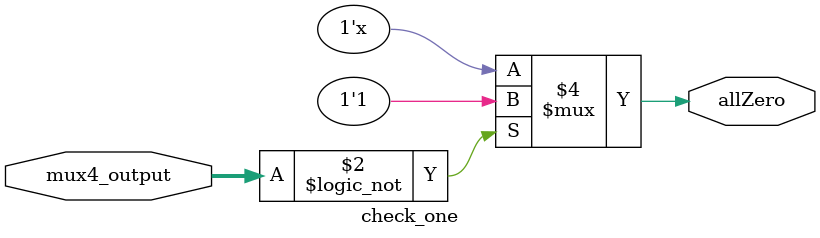
<source format=sv>
`timescale 1ns / 1ps


module check_one(input logic [3:0] mux4_output, output logic allZero);

      always_comb begin 
       
        if (!mux4_output) begin       
          allZero = 1;
        end
        
      end

endmodule

</source>
